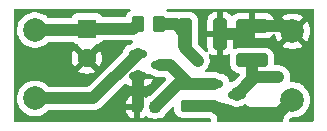
<source format=gbr>
%TF.GenerationSoftware,KiCad,Pcbnew,7.0.2-6a45011f42~172~ubuntu22.04.1*%
%TF.CreationDate,2023-04-21T01:30:03+03:00*%
%TF.ProjectId,xray-board-1.0-uv-stab-addon,78726179-2d62-46f6-9172-642d312e302d,rev?*%
%TF.SameCoordinates,Original*%
%TF.FileFunction,Copper,L1,Top*%
%TF.FilePolarity,Positive*%
%FSLAX46Y46*%
G04 Gerber Fmt 4.6, Leading zero omitted, Abs format (unit mm)*
G04 Created by KiCad (PCBNEW 7.0.2-6a45011f42~172~ubuntu22.04.1) date 2023-04-21 01:30:03*
%MOMM*%
%LPD*%
G01*
G04 APERTURE LIST*
G04 Aperture macros list*
%AMRoundRect*
0 Rectangle with rounded corners*
0 $1 Rounding radius*
0 $2 $3 $4 $5 $6 $7 $8 $9 X,Y pos of 4 corners*
0 Add a 4 corners polygon primitive as box body*
4,1,4,$2,$3,$4,$5,$6,$7,$8,$9,$2,$3,0*
0 Add four circle primitives for the rounded corners*
1,1,$1+$1,$2,$3*
1,1,$1+$1,$4,$5*
1,1,$1+$1,$6,$7*
1,1,$1+$1,$8,$9*
0 Add four rect primitives between the rounded corners*
20,1,$1+$1,$2,$3,$4,$5,0*
20,1,$1+$1,$4,$5,$6,$7,0*
20,1,$1+$1,$6,$7,$8,$9,0*
20,1,$1+$1,$8,$9,$2,$3,0*%
G04 Aperture macros list end*
%TA.AperFunction,ComponentPad*%
%ADD10C,2.000000*%
%TD*%
%TA.AperFunction,ComponentPad*%
%ADD11R,1.600000X1.600000*%
%TD*%
%TA.AperFunction,ComponentPad*%
%ADD12C,1.600000*%
%TD*%
%TA.AperFunction,SMDPad,CuDef*%
%ADD13RoundRect,0.250000X-0.325000X-1.100000X0.325000X-1.100000X0.325000X1.100000X-0.325000X1.100000X0*%
%TD*%
%TA.AperFunction,SMDPad,CuDef*%
%ADD14RoundRect,0.250000X0.450000X-0.262500X0.450000X0.262500X-0.450000X0.262500X-0.450000X-0.262500X0*%
%TD*%
%TA.AperFunction,SMDPad,CuDef*%
%ADD15RoundRect,0.150000X-0.587500X-0.150000X0.587500X-0.150000X0.587500X0.150000X-0.587500X0.150000X0*%
%TD*%
%TA.AperFunction,SMDPad,CuDef*%
%ADD16RoundRect,0.250000X1.100000X-0.325000X1.100000X0.325000X-1.100000X0.325000X-1.100000X-0.325000X0*%
%TD*%
%TA.AperFunction,SMDPad,CuDef*%
%ADD17RoundRect,0.250000X0.262500X0.450000X-0.262500X0.450000X-0.262500X-0.450000X0.262500X-0.450000X0*%
%TD*%
%TA.AperFunction,SMDPad,CuDef*%
%ADD18RoundRect,0.225000X0.225000X0.250000X-0.225000X0.250000X-0.225000X-0.250000X0.225000X-0.250000X0*%
%TD*%
%TA.AperFunction,ViaPad*%
%ADD19C,0.800000*%
%TD*%
%TA.AperFunction,Conductor*%
%ADD20C,1.000000*%
%TD*%
G04 APERTURE END LIST*
D10*
%TO.P,J2,1,Pin_1*%
%TO.N,VCC*%
X130800000Y-72720000D03*
%TD*%
D11*
%TO.P,C4,1*%
%TO.N,Net-(J4-Pin_1)*%
X113400000Y-66700000D03*
D12*
%TO.P,C4,2*%
%TO.N,GND*%
X113400000Y-69200000D03*
%TD*%
D13*
%TO.P,C3,1*%
%TO.N,Net-(U1-VO)*%
X121725000Y-67120000D03*
%TO.P,C3,2*%
%TO.N,GND*%
X124675000Y-67120000D03*
%TD*%
D14*
%TO.P,R1,1*%
%TO.N,VCC*%
X122000000Y-73232500D03*
%TO.P,R1,2*%
%TO.N,Net-(Q1-D)*%
X122000000Y-71407500D03*
%TD*%
D15*
%TO.P,Q1,1,G*%
%TO.N,Net-(J1-Pin_1)*%
X117725000Y-68850000D03*
%TO.P,Q1,2,S*%
%TO.N,GND*%
X117725000Y-70750000D03*
%TO.P,Q1,3,D*%
%TO.N,Net-(Q1-D)*%
X119600000Y-69800000D03*
%TD*%
D16*
%TO.P,C2,1*%
%TO.N,Net-(Q2-D)*%
X127400000Y-69395000D03*
%TO.P,C2,2*%
%TO.N,GND*%
X127400000Y-66445000D03*
%TD*%
D10*
%TO.P,J1,1,Pin_1*%
%TO.N,Net-(J1-Pin_1)*%
X109000000Y-72600000D03*
%TD*%
D15*
%TO.P,Q2,1,G*%
%TO.N,Net-(Q1-D)*%
X124200000Y-71370000D03*
%TO.P,Q2,2,S*%
%TO.N,VCC*%
X124200000Y-73270000D03*
%TO.P,Q2,3,D*%
%TO.N,Net-(Q2-D)*%
X126075000Y-72320000D03*
%TD*%
D17*
%TO.P,R2,1*%
%TO.N,Net-(U1-VO)*%
X119512500Y-66320000D03*
%TO.P,R2,2*%
%TO.N,Net-(J4-Pin_1)*%
X117687500Y-66320000D03*
%TD*%
D10*
%TO.P,J4,1,Pin_1*%
%TO.N,Net-(J4-Pin_1)*%
X109000000Y-66800000D03*
%TD*%
%TO.P,J3,1,Pin_1*%
%TO.N,GND*%
X130800000Y-66920000D03*
%TD*%
D18*
%TO.P,C1,1*%
%TO.N,Net-(Q1-D)*%
X119200000Y-73320000D03*
%TO.P,C1,2*%
%TO.N,GND*%
X117650000Y-73320000D03*
%TD*%
D19*
%TO.N,GND*%
X113800000Y-74000000D03*
%TO.N,Net-(Q2-D)*%
X129600000Y-70800000D03*
%TO.N,Net-(U1-VO)*%
X122800000Y-69400000D03*
%TD*%
D20*
%TO.N,Net-(Q1-D)*%
X119200000Y-73320000D02*
X121112500Y-71407500D01*
X124162500Y-71407500D02*
X124200000Y-71370000D01*
X121112500Y-71407500D02*
X122000000Y-71407500D01*
X119600000Y-69800000D02*
X120392500Y-69800000D01*
X120392500Y-69800000D02*
X122000000Y-71407500D01*
X122000000Y-71407500D02*
X124162500Y-71407500D01*
%TO.N,GND*%
X126725000Y-67120000D02*
X127400000Y-66445000D01*
X124675000Y-67120000D02*
X126725000Y-67120000D01*
X117725000Y-73245000D02*
X117650000Y-73320000D01*
X117725000Y-70750000D02*
X117725000Y-73245000D01*
X130325000Y-66445000D02*
X130800000Y-66920000D01*
X127400000Y-66445000D02*
X130325000Y-66445000D01*
%TO.N,Net-(Q2-D)*%
X126275000Y-72120000D02*
X126075000Y-72120000D01*
X127595000Y-70800000D02*
X129600000Y-70800000D01*
X126075000Y-72320000D02*
X127595000Y-70800000D01*
X127400000Y-70995000D02*
X126275000Y-72120000D01*
X127400000Y-69395000D02*
X127400000Y-70995000D01*
%TO.N,Net-(U1-VO)*%
X121725000Y-67120000D02*
X121725000Y-68325000D01*
X121725000Y-68325000D02*
X122800000Y-69400000D01*
X120925000Y-66320000D02*
X121725000Y-67120000D01*
X119512500Y-66320000D02*
X120925000Y-66320000D01*
%TO.N,Net-(J1-Pin_1)*%
X117685418Y-68850000D02*
X117725000Y-68850000D01*
X113935418Y-72600000D02*
X117685418Y-68850000D01*
X109000000Y-72600000D02*
X113935418Y-72600000D01*
%TO.N,VCC*%
X122000000Y-73232500D02*
X124162500Y-73232500D01*
X124162500Y-73232500D02*
X124200000Y-73270000D01*
X124200000Y-73270000D02*
X124797056Y-73867056D01*
X124797056Y-73867056D02*
X129652944Y-73867056D01*
X129652944Y-73867056D02*
X130800000Y-72720000D01*
%TO.N,Net-(J4-Pin_1)*%
X109000000Y-66800000D02*
X113300000Y-66800000D01*
X113400000Y-66700000D02*
X117307500Y-66700000D01*
X117307500Y-66700000D02*
X117687500Y-66320000D01*
%TD*%
%TA.AperFunction,Conductor*%
%TO.N,VCC*%
G36*
X130340507Y-72929844D02*
G01*
X130418239Y-73050798D01*
X130526900Y-73144952D01*
X130657685Y-73204680D01*
X130667464Y-73206086D01*
X129929942Y-73943609D01*
X129976767Y-73980054D01*
X130034105Y-74011084D01*
X130083696Y-74060303D01*
X130098804Y-74128520D01*
X130083274Y-74175481D01*
X130084934Y-74176240D01*
X130081252Y-74184301D01*
X130081250Y-74184305D01*
X130070940Y-74206881D01*
X130056345Y-74238839D01*
X130053231Y-74244428D01*
X130011689Y-74385918D01*
X130011690Y-74475499D01*
X129992006Y-74542538D01*
X129939203Y-74588294D01*
X129887690Y-74599500D01*
X124564218Y-74599500D01*
X124497179Y-74579815D01*
X124451424Y-74527011D01*
X124440534Y-74484346D01*
X124430331Y-74341692D01*
X124430331Y-74341690D01*
X124391406Y-74237332D01*
X124386423Y-74167642D01*
X124419907Y-74106319D01*
X124481230Y-74072834D01*
X124507589Y-74070000D01*
X124850697Y-74070000D01*
X124855576Y-74069808D01*
X124889993Y-74067099D01*
X125047697Y-74021282D01*
X125189057Y-73937682D01*
X125305182Y-73821557D01*
X125388780Y-73680200D01*
X125434599Y-73522488D01*
X125434795Y-73520000D01*
X123011362Y-73520000D01*
X122944323Y-73500315D01*
X122923681Y-73483681D01*
X122922500Y-73482500D01*
X121874000Y-73482500D01*
X121806961Y-73462815D01*
X121761206Y-73410011D01*
X121750000Y-73358500D01*
X121750000Y-73106500D01*
X121769685Y-73039461D01*
X121822489Y-72993706D01*
X121874000Y-72982500D01*
X123151138Y-72982500D01*
X123218177Y-73002185D01*
X123238819Y-73018819D01*
X123240000Y-73020000D01*
X125105685Y-73020000D01*
X125168806Y-73037268D01*
X125227102Y-73071744D01*
X125384927Y-73117597D01*
X125384931Y-73117598D01*
X125421806Y-73120500D01*
X125434112Y-73120500D01*
X125501151Y-73140185D01*
X125507496Y-73144546D01*
X125564833Y-73186649D01*
X125564836Y-73186650D01*
X125564837Y-73186651D01*
X125749730Y-73271605D01*
X125947946Y-73317603D01*
X126151361Y-73322757D01*
X126151361Y-73322756D01*
X126151363Y-73322757D01*
X126351653Y-73286858D01*
X126540617Y-73211377D01*
X126647457Y-73140963D01*
X126714266Y-73120508D01*
X126715694Y-73120500D01*
X126725749Y-73120500D01*
X126728194Y-73120500D01*
X126765069Y-73117598D01*
X126787400Y-73111110D01*
X126857268Y-73111307D01*
X126915707Y-73148981D01*
X126940769Y-73177903D01*
X127049503Y-73272123D01*
X127180380Y-73331894D01*
X127247419Y-73351579D01*
X127247423Y-73351580D01*
X127389839Y-73372056D01*
X129167837Y-73372056D01*
X129171801Y-73372056D01*
X129299576Y-73355641D01*
X129323943Y-73349275D01*
X129393781Y-73351374D01*
X129451397Y-73390898D01*
X129468842Y-73419437D01*
X129476269Y-73436370D01*
X129576564Y-73589882D01*
X130316922Y-72849523D01*
X130340507Y-72929844D01*
G37*
%TD.AperFunction*%
%TD*%
%TA.AperFunction,Conductor*%
%TO.N,GND*%
G36*
X117034890Y-65020185D02*
G01*
X117080645Y-65072989D01*
X117090589Y-65142147D01*
X117061564Y-65205703D01*
X117032947Y-65230039D01*
X116956342Y-65277288D01*
X116832288Y-65401342D01*
X116775000Y-65494223D01*
X116740186Y-65550666D01*
X116721369Y-65607453D01*
X116719032Y-65614505D01*
X116679259Y-65671949D01*
X116614743Y-65698772D01*
X116601326Y-65699500D01*
X114737180Y-65699500D01*
X114670141Y-65679815D01*
X114637913Y-65649811D01*
X114602472Y-65602468D01*
X114557546Y-65542454D01*
X114442331Y-65456204D01*
X114307483Y-65405909D01*
X114265024Y-65401344D01*
X114251166Y-65399854D01*
X114251165Y-65399853D01*
X114247873Y-65399500D01*
X114244550Y-65399500D01*
X112555439Y-65399500D01*
X112555420Y-65399500D01*
X112552128Y-65399501D01*
X112548848Y-65399853D01*
X112548840Y-65399854D01*
X112492515Y-65405909D01*
X112357668Y-65456203D01*
X112357669Y-65456204D01*
X112242454Y-65542454D01*
X112156204Y-65657669D01*
X112133390Y-65718834D01*
X112091521Y-65774767D01*
X112026057Y-65799184D01*
X112017210Y-65799500D01*
X110172855Y-65799500D01*
X110105816Y-65779815D01*
X110081625Y-65759483D01*
X110079475Y-65757147D01*
X110019744Y-65692262D01*
X109978226Y-65659947D01*
X109823514Y-65539529D01*
X109823510Y-65539526D01*
X109823509Y-65539526D01*
X109604810Y-65421172D01*
X109604806Y-65421170D01*
X109604805Y-65421170D01*
X109369615Y-65340429D01*
X109124335Y-65299500D01*
X108875665Y-65299500D01*
X108630384Y-65340429D01*
X108395194Y-65421170D01*
X108176485Y-65539529D01*
X107980259Y-65692259D01*
X107980256Y-65692261D01*
X107980256Y-65692262D01*
X107881537Y-65799500D01*
X107811837Y-65875214D01*
X107675825Y-66083395D01*
X107600091Y-66256054D01*
X107575937Y-66311119D01*
X107544485Y-66435320D01*
X107514891Y-66552183D01*
X107494356Y-66800000D01*
X107514891Y-67047816D01*
X107514891Y-67047819D01*
X107514892Y-67047821D01*
X107575937Y-67288881D01*
X107608149Y-67362316D01*
X107675825Y-67516604D01*
X107675827Y-67516607D01*
X107811836Y-67724785D01*
X107980256Y-67907738D01*
X107980259Y-67907740D01*
X108176485Y-68060470D01*
X108176487Y-68060471D01*
X108176491Y-68060474D01*
X108395190Y-68178828D01*
X108630386Y-68259571D01*
X108875665Y-68300500D01*
X109124335Y-68300500D01*
X109369614Y-68259571D01*
X109604810Y-68178828D01*
X109823509Y-68060474D01*
X110019744Y-67907738D01*
X110081624Y-67840517D01*
X110141512Y-67804527D01*
X110172855Y-67800500D01*
X112137680Y-67800500D01*
X112204719Y-67820185D01*
X112236945Y-67850187D01*
X112242454Y-67857546D01*
X112357669Y-67943796D01*
X112492517Y-67994091D01*
X112552127Y-68000500D01*
X112555455Y-68000499D01*
X112556388Y-68000550D01*
X112622278Y-68023792D01*
X112665143Y-68078967D01*
X112670667Y-68117114D01*
X113355600Y-68802046D01*
X113274852Y-68814835D01*
X113161955Y-68872359D01*
X113072359Y-68961955D01*
X113014835Y-69074852D01*
X113002046Y-69155599D01*
X112320973Y-68474526D01*
X112320973Y-68474527D01*
X112269865Y-68547516D01*
X112173733Y-68753672D01*
X112114858Y-68973397D01*
X112095033Y-69200000D01*
X112114858Y-69426602D01*
X112173733Y-69646326D01*
X112269866Y-69852484D01*
X112320972Y-69925471D01*
X112320974Y-69925472D01*
X113002046Y-69244399D01*
X113014835Y-69325148D01*
X113072359Y-69438045D01*
X113161955Y-69527641D01*
X113274852Y-69585165D01*
X113355599Y-69597953D01*
X112674526Y-70279025D01*
X112674526Y-70279026D01*
X112747515Y-70330133D01*
X112953673Y-70426266D01*
X113173397Y-70485141D01*
X113400000Y-70504966D01*
X113626602Y-70485141D01*
X113846326Y-70426266D01*
X114052480Y-70330134D01*
X114125472Y-70279025D01*
X113444401Y-69597953D01*
X113525148Y-69585165D01*
X113638045Y-69527641D01*
X113727641Y-69438045D01*
X113785165Y-69325148D01*
X113797953Y-69244400D01*
X114479025Y-69925472D01*
X114530134Y-69852480D01*
X114626266Y-69646326D01*
X114685141Y-69426602D01*
X114704966Y-69200000D01*
X114685141Y-68973397D01*
X114626266Y-68753673D01*
X114530133Y-68547515D01*
X114479025Y-68474526D01*
X113797953Y-69155598D01*
X113785165Y-69074852D01*
X113727641Y-68961955D01*
X113638045Y-68872359D01*
X113525148Y-68814835D01*
X113444400Y-68802046D01*
X114130600Y-68115845D01*
X114140481Y-68066679D01*
X114189096Y-68016496D01*
X114243621Y-68000548D01*
X114244536Y-68000499D01*
X114247872Y-68000499D01*
X114307483Y-67994091D01*
X114442331Y-67943796D01*
X114557546Y-67857546D01*
X114637914Y-67750188D01*
X114693847Y-67708318D01*
X114737180Y-67700500D01*
X117215900Y-67700500D01*
X117282939Y-67720185D01*
X117328694Y-67772989D01*
X117338638Y-67842147D01*
X117309613Y-67905703D01*
X117276072Y-67932921D01*
X117273739Y-67934217D01*
X117262225Y-67940607D01*
X117248057Y-67947335D01*
X117219802Y-67958622D01*
X117170553Y-67991079D01*
X117162498Y-67995959D01*
X117099891Y-68030710D01*
X117098893Y-68028912D01*
X117049933Y-68051000D01*
X117042582Y-68051799D01*
X117041679Y-68051870D01*
X117034927Y-68052402D01*
X116877102Y-68098255D01*
X116735634Y-68181919D01*
X116619419Y-68298134D01*
X116535755Y-68439602D01*
X116486357Y-68609631D01*
X116482747Y-68608582D01*
X116465766Y-68653122D01*
X116454721Y-68665775D01*
X113557317Y-71563181D01*
X113495994Y-71596666D01*
X113469636Y-71599500D01*
X110172855Y-71599500D01*
X110105816Y-71579815D01*
X110081625Y-71559483D01*
X110072895Y-71550000D01*
X110019744Y-71492262D01*
X109923924Y-71417682D01*
X109823514Y-71339529D01*
X109823510Y-71339526D01*
X109823509Y-71339526D01*
X109604810Y-71221172D01*
X109604806Y-71221170D01*
X109604805Y-71221170D01*
X109369615Y-71140429D01*
X109124335Y-71099500D01*
X108875665Y-71099500D01*
X108630384Y-71140429D01*
X108395194Y-71221170D01*
X108176485Y-71339529D01*
X107980259Y-71492259D01*
X107980256Y-71492261D01*
X107980256Y-71492262D01*
X107881537Y-71599500D01*
X107811837Y-71675214D01*
X107675825Y-71883395D01*
X107628046Y-71992322D01*
X107575937Y-72111119D01*
X107537267Y-72263824D01*
X107514891Y-72352183D01*
X107494356Y-72600000D01*
X107514891Y-72847816D01*
X107514891Y-72847819D01*
X107514892Y-72847821D01*
X107575937Y-73088881D01*
X107620960Y-73191523D01*
X107675825Y-73316604D01*
X107675827Y-73316607D01*
X107811836Y-73524785D01*
X107980256Y-73707738D01*
X108045667Y-73758649D01*
X108176485Y-73860470D01*
X108176487Y-73860471D01*
X108176491Y-73860474D01*
X108395190Y-73978828D01*
X108630386Y-74059571D01*
X108875665Y-74100500D01*
X109124335Y-74100500D01*
X109369614Y-74059571D01*
X109604810Y-73978828D01*
X109823509Y-73860474D01*
X110019744Y-73707738D01*
X110081624Y-73640517D01*
X110141512Y-73604527D01*
X110172855Y-73600500D01*
X113921139Y-73600500D01*
X113924280Y-73600539D01*
X114011781Y-73602757D01*
X114069850Y-73592348D01*
X114079154Y-73591043D01*
X114137856Y-73585074D01*
X114166885Y-73575965D01*
X114182118Y-73572226D01*
X114194539Y-73570000D01*
X116700001Y-73570000D01*
X116700001Y-73615165D01*
X116700321Y-73621447D01*
X116710143Y-73717605D01*
X116763453Y-73878486D01*
X116852426Y-74022732D01*
X116972267Y-74142573D01*
X117116513Y-74231546D01*
X117277393Y-74284856D01*
X117373536Y-74294678D01*
X117379851Y-74294999D01*
X117400000Y-74294999D01*
X117400000Y-73570000D01*
X116700001Y-73570000D01*
X114194539Y-73570000D01*
X114212071Y-73566858D01*
X114266844Y-73544978D01*
X114275719Y-73541819D01*
X114293093Y-73536367D01*
X114332006Y-73524159D01*
X114358612Y-73509390D01*
X114372780Y-73502662D01*
X114401035Y-73491377D01*
X114450297Y-73458909D01*
X114458328Y-73454043D01*
X114509920Y-73425409D01*
X114533005Y-73405589D01*
X114545532Y-73396144D01*
X114570937Y-73379402D01*
X114612669Y-73337668D01*
X114619541Y-73331300D01*
X114664313Y-73292866D01*
X114682942Y-73268798D01*
X114693301Y-73257036D01*
X114880337Y-73070000D01*
X116699999Y-73070000D01*
X117400000Y-73070000D01*
X117400000Y-72345000D01*
X117379836Y-72345000D01*
X117373550Y-72345321D01*
X117277394Y-72355143D01*
X117116513Y-72408453D01*
X116972267Y-72497426D01*
X116852426Y-72617267D01*
X116763453Y-72761513D01*
X116710143Y-72922393D01*
X116700319Y-73018554D01*
X116700000Y-73024832D01*
X116699999Y-73070000D01*
X114880337Y-73070000D01*
X116546620Y-71403717D01*
X116607940Y-71370234D01*
X116677632Y-71375218D01*
X116721979Y-71403719D01*
X116735942Y-71417682D01*
X116877302Y-71501282D01*
X117035006Y-71547099D01*
X117069423Y-71549808D01*
X117074303Y-71550000D01*
X117475000Y-71550000D01*
X117475000Y-71000000D01*
X117975000Y-71000000D01*
X117975000Y-71550000D01*
X118375697Y-71550000D01*
X118380576Y-71549808D01*
X118414993Y-71547099D01*
X118572697Y-71501282D01*
X118714057Y-71417682D01*
X118830182Y-71301557D01*
X118913780Y-71160200D01*
X118959599Y-71002488D01*
X118959795Y-71000000D01*
X117975000Y-71000000D01*
X117475000Y-71000000D01*
X117475000Y-70624000D01*
X117494685Y-70556961D01*
X117547489Y-70511206D01*
X117599000Y-70500000D01*
X118630685Y-70500000D01*
X118693806Y-70517268D01*
X118752102Y-70551744D01*
X118909927Y-70597597D01*
X118909931Y-70597598D01*
X118946806Y-70600500D01*
X118959838Y-70600500D01*
X119026877Y-70620185D01*
X119030663Y-70622717D01*
X119111951Y-70679295D01*
X119298942Y-70759540D01*
X119498259Y-70800500D01*
X119926717Y-70800500D01*
X119993756Y-70820185D01*
X120014398Y-70836819D01*
X120053648Y-70876069D01*
X120087133Y-70937392D01*
X120082149Y-71007084D01*
X120053648Y-71051431D01*
X118733117Y-72371961D01*
X118684443Y-72401985D01*
X118666302Y-72407996D01*
X118521954Y-72497031D01*
X118512325Y-72506661D01*
X118451001Y-72540145D01*
X118381310Y-72535159D01*
X118336965Y-72506659D01*
X118327732Y-72497426D01*
X118183486Y-72408453D01*
X118022606Y-72355143D01*
X117926445Y-72345319D01*
X117920168Y-72345000D01*
X117900000Y-72345000D01*
X117900000Y-74294999D01*
X117920165Y-74294999D01*
X117926447Y-74294678D01*
X118022605Y-74284856D01*
X118183484Y-74231546D01*
X118327732Y-74142572D01*
X118336963Y-74133341D01*
X118398285Y-74099854D01*
X118467977Y-74104837D01*
X118512329Y-74133341D01*
X118521957Y-74142969D01*
X118666300Y-74232002D01*
X118666302Y-74232002D01*
X118666303Y-74232003D01*
X118827292Y-74285349D01*
X118926655Y-74295500D01*
X118963499Y-74295499D01*
X118991530Y-74298708D01*
X119072946Y-74317603D01*
X119174654Y-74320180D01*
X119276361Y-74322757D01*
X119276361Y-74322756D01*
X119276363Y-74322757D01*
X119417590Y-74297443D01*
X119439467Y-74295499D01*
X119470195Y-74295499D01*
X119473344Y-74295499D01*
X119572708Y-74285349D01*
X119733697Y-74232003D01*
X119818310Y-74179813D01*
X119878044Y-74142968D01*
X119997968Y-74023044D01*
X120087002Y-73878699D01*
X120093012Y-73860562D01*
X120123036Y-73811883D01*
X120587821Y-73347098D01*
X120649142Y-73313615D01*
X120718834Y-73318599D01*
X120774767Y-73360471D01*
X120799184Y-73425935D01*
X120799500Y-73434780D01*
X120799500Y-73541858D01*
X120799500Y-73541877D01*
X120799501Y-73545008D01*
X120799820Y-73548140D01*
X120799821Y-73548141D01*
X120810000Y-73647796D01*
X120865186Y-73814334D01*
X120957288Y-73963657D01*
X121081342Y-74087711D01*
X121101029Y-74099854D01*
X121230666Y-74179814D01*
X121342016Y-74216712D01*
X121397202Y-74234999D01*
X121496858Y-74245180D01*
X121496859Y-74245180D01*
X121499991Y-74245500D01*
X122500008Y-74245499D01*
X122602797Y-74234999D01*
X122602797Y-74234998D01*
X122616082Y-74233642D01*
X122628683Y-74233000D01*
X123696717Y-74233000D01*
X123763756Y-74252685D01*
X123784398Y-74269319D01*
X123902898Y-74387819D01*
X123936383Y-74449142D01*
X123931399Y-74518834D01*
X123889527Y-74574767D01*
X123824063Y-74599184D01*
X123815217Y-74599500D01*
X107324500Y-74599500D01*
X107257461Y-74579815D01*
X107211706Y-74527011D01*
X107200500Y-74475500D01*
X107200500Y-65124500D01*
X107220185Y-65057461D01*
X107272989Y-65011706D01*
X107324500Y-65000500D01*
X116967851Y-65000500D01*
X117034890Y-65020185D01*
G37*
%TD.AperFunction*%
%TA.AperFunction,Conductor*%
G36*
X132542539Y-65020185D02*
G01*
X132588294Y-65072989D01*
X132599500Y-65124500D01*
X132599500Y-74475500D01*
X132579815Y-74542539D01*
X132527011Y-74588294D01*
X132475500Y-74599500D01*
X130634782Y-74599500D01*
X130567743Y-74579815D01*
X130521988Y-74527011D01*
X130512044Y-74457853D01*
X130541069Y-74394297D01*
X130547081Y-74387839D01*
X130678103Y-74256816D01*
X130739425Y-74223334D01*
X130765783Y-74220500D01*
X130924335Y-74220500D01*
X131169614Y-74179571D01*
X131404810Y-74098828D01*
X131623509Y-73980474D01*
X131819744Y-73827738D01*
X131988164Y-73644785D01*
X132124173Y-73436607D01*
X132224063Y-73208881D01*
X132285108Y-72967821D01*
X132305643Y-72720000D01*
X132285108Y-72472179D01*
X132224063Y-72231119D01*
X132124173Y-72003393D01*
X131988164Y-71795215D01*
X131819744Y-71612262D01*
X131739750Y-71550000D01*
X131623514Y-71459529D01*
X131623510Y-71459526D01*
X131623509Y-71459526D01*
X131404810Y-71341172D01*
X131404806Y-71341170D01*
X131404805Y-71341170D01*
X131169615Y-71260429D01*
X130924335Y-71219500D01*
X130685071Y-71219500D01*
X130618032Y-71199815D01*
X130572277Y-71147011D01*
X130562333Y-71077853D01*
X130565026Y-71064429D01*
X130594063Y-70952285D01*
X130604369Y-70749064D01*
X130585014Y-70622725D01*
X130573556Y-70547928D01*
X130502886Y-70357113D01*
X130395254Y-70184431D01*
X130388803Y-70177644D01*
X130255059Y-70036947D01*
X130088049Y-69920705D01*
X129901058Y-69840460D01*
X129701741Y-69799500D01*
X129701739Y-69799500D01*
X129374500Y-69799500D01*
X129307461Y-69779815D01*
X129261706Y-69727011D01*
X129250500Y-69675500D01*
X129250499Y-69023141D01*
X129250499Y-69023139D01*
X129250499Y-69019992D01*
X129239999Y-68917203D01*
X129184814Y-68750666D01*
X129113043Y-68634306D01*
X129092711Y-68601342D01*
X128968657Y-68477288D01*
X128819334Y-68385186D01*
X128652797Y-68330000D01*
X128553141Y-68319819D01*
X128553122Y-68319818D01*
X128550009Y-68319500D01*
X128546860Y-68319500D01*
X126253140Y-68319500D01*
X126253120Y-68319500D01*
X126249992Y-68319501D01*
X126246860Y-68319820D01*
X126246858Y-68319821D01*
X126147203Y-68330000D01*
X125980665Y-68385186D01*
X125935935Y-68412776D01*
X125868542Y-68431216D01*
X125801879Y-68410293D01*
X125757110Y-68356651D01*
X125747481Y-68294634D01*
X125749680Y-68273108D01*
X125749999Y-68266831D01*
X125749999Y-67534125D01*
X125769683Y-67467086D01*
X125822487Y-67421331D01*
X125891646Y-67411387D01*
X125939095Y-67428586D01*
X125980877Y-67454357D01*
X126147303Y-67509506D01*
X126246890Y-67519680D01*
X126253168Y-67519999D01*
X127149999Y-67519999D01*
X127150000Y-66695000D01*
X127149999Y-65370000D01*
X127650000Y-65370000D01*
X127650000Y-67519999D01*
X128546829Y-67519999D01*
X128553111Y-67519678D01*
X128652695Y-67509506D01*
X128819122Y-67454357D01*
X128968345Y-67362316D01*
X129092314Y-67238347D01*
X129109317Y-67210781D01*
X129161264Y-67164056D01*
X129230226Y-67152832D01*
X129294309Y-67180674D01*
X129333166Y-67238742D01*
X129335062Y-67245435D01*
X129376411Y-67408715D01*
X129476268Y-67636370D01*
X129576563Y-67789882D01*
X129576564Y-67789882D01*
X130316922Y-67049523D01*
X130340507Y-67129844D01*
X130418239Y-67250798D01*
X130526900Y-67344952D01*
X130657685Y-67404680D01*
X130667466Y-67406086D01*
X129929942Y-68143609D01*
X129929942Y-68143610D01*
X129976766Y-68180055D01*
X130195393Y-68298368D01*
X130430506Y-68379083D01*
X130675707Y-68420000D01*
X130924293Y-68420000D01*
X131169493Y-68379083D01*
X131404606Y-68298368D01*
X131623233Y-68180053D01*
X131670056Y-68143609D01*
X130932533Y-67406086D01*
X130942315Y-67404680D01*
X131073100Y-67344952D01*
X131181761Y-67250798D01*
X131259493Y-67129844D01*
X131283076Y-67049524D01*
X132023434Y-67789882D01*
X132123730Y-67636369D01*
X132223586Y-67408721D01*
X132284613Y-67167732D01*
X132305141Y-66920000D01*
X132284613Y-66672267D01*
X132223586Y-66431278D01*
X132123730Y-66203630D01*
X132023434Y-66050116D01*
X131283076Y-66790475D01*
X131259493Y-66710156D01*
X131181761Y-66589202D01*
X131073100Y-66495048D01*
X130942315Y-66435320D01*
X130932531Y-66433913D01*
X131670056Y-65696389D01*
X131670056Y-65696387D01*
X131623235Y-65659947D01*
X131404606Y-65541631D01*
X131169493Y-65460916D01*
X130924293Y-65420000D01*
X130675707Y-65420000D01*
X130430506Y-65460916D01*
X130195393Y-65541631D01*
X129976764Y-65659946D01*
X129929942Y-65696388D01*
X129929941Y-65696389D01*
X130667466Y-66433913D01*
X130657685Y-66435320D01*
X130526900Y-66495048D01*
X130418239Y-66589202D01*
X130340507Y-66710156D01*
X130316923Y-66790475D01*
X129576564Y-66050116D01*
X129477808Y-66201274D01*
X129424661Y-66246630D01*
X129355430Y-66256054D01*
X129292094Y-66226552D01*
X129254763Y-66167491D01*
X129249999Y-66133452D01*
X129249999Y-66073170D01*
X129249678Y-66066888D01*
X129239506Y-65967304D01*
X129184357Y-65800877D01*
X129092316Y-65651654D01*
X128968345Y-65527683D01*
X128819122Y-65435642D01*
X128652696Y-65380493D01*
X128553109Y-65370319D01*
X128546832Y-65370000D01*
X127650000Y-65370000D01*
X127149999Y-65370000D01*
X126253171Y-65370000D01*
X126246888Y-65370321D01*
X126147304Y-65380493D01*
X125980877Y-65435642D01*
X125831654Y-65527683D01*
X125785368Y-65573969D01*
X125724045Y-65607453D01*
X125654353Y-65602468D01*
X125598420Y-65560597D01*
X125592370Y-65551708D01*
X125468345Y-65427683D01*
X125319122Y-65335642D01*
X125152696Y-65280493D01*
X125053109Y-65270319D01*
X125046832Y-65270000D01*
X124925000Y-65270000D01*
X124925000Y-68969999D01*
X125046829Y-68969999D01*
X125053111Y-68969678D01*
X125152695Y-68959506D01*
X125319120Y-68904358D01*
X125363589Y-68876929D01*
X125430981Y-68858488D01*
X125497645Y-68879410D01*
X125542415Y-68933051D01*
X125552045Y-68995064D01*
X125549820Y-69016846D01*
X125549818Y-69016871D01*
X125549500Y-69019991D01*
X125549500Y-69023138D01*
X125549500Y-69023139D01*
X125549500Y-69766858D01*
X125549500Y-69766877D01*
X125549501Y-69770008D01*
X125549820Y-69773140D01*
X125549821Y-69773141D01*
X125560000Y-69872796D01*
X125615186Y-70039334D01*
X125707288Y-70188657D01*
X125831342Y-70312711D01*
X125831344Y-70312712D01*
X125980666Y-70404814D01*
X126092017Y-70441712D01*
X126147202Y-70459999D01*
X126156499Y-70460948D01*
X126225921Y-70468041D01*
X126290611Y-70494435D01*
X126330763Y-70551615D01*
X126333627Y-70621426D01*
X126300999Y-70679079D01*
X126129144Y-70850936D01*
X125915660Y-71064419D01*
X125854144Y-71125935D01*
X125803586Y-71156566D01*
X125678410Y-71195841D01*
X125619853Y-71228343D01*
X125551684Y-71243665D01*
X125486053Y-71219700D01*
X125443797Y-71164057D01*
X125436059Y-71129652D01*
X125435098Y-71117431D01*
X125423599Y-71077853D01*
X125389244Y-70959602D01*
X125324979Y-70850936D01*
X125305581Y-70818135D01*
X125189365Y-70701919D01*
X125055455Y-70622725D01*
X125047897Y-70618255D01*
X124890072Y-70572402D01*
X124855628Y-70569691D01*
X124855614Y-70569690D01*
X124853194Y-70569500D01*
X124850749Y-70569500D01*
X124840888Y-70569500D01*
X124773849Y-70549815D01*
X124767503Y-70545453D01*
X124710167Y-70503351D01*
X124710164Y-70503349D01*
X124710162Y-70503348D01*
X124525269Y-70418394D01*
X124327053Y-70372396D01*
X124123638Y-70367242D01*
X123997300Y-70389887D01*
X123923347Y-70403142D01*
X123923345Y-70403142D01*
X123912676Y-70405055D01*
X123890799Y-70407000D01*
X123500049Y-70407000D01*
X123433010Y-70387315D01*
X123387255Y-70334511D01*
X123377311Y-70265353D01*
X123406336Y-70201797D01*
X123416911Y-70191000D01*
X123546214Y-70074179D01*
X123666649Y-69910167D01*
X123751606Y-69725269D01*
X123797603Y-69527054D01*
X123802757Y-69323637D01*
X123766859Y-69123348D01*
X123703718Y-68965277D01*
X123697131Y-68895722D01*
X123729195Y-68833643D01*
X123789730Y-68798755D01*
X123859518Y-68802133D01*
X123883969Y-68813743D01*
X124030879Y-68904358D01*
X124197303Y-68959506D01*
X124296890Y-68969680D01*
X124303168Y-68969999D01*
X124424999Y-68969999D01*
X124425000Y-68969998D01*
X124425000Y-67370000D01*
X123600001Y-67370000D01*
X123600001Y-68266829D01*
X123600321Y-68273111D01*
X123610493Y-68372695D01*
X123655496Y-68508504D01*
X123657898Y-68578333D01*
X123622166Y-68638374D01*
X123559645Y-68669567D01*
X123490186Y-68662006D01*
X123450109Y-68635189D01*
X122836818Y-68021898D01*
X122803333Y-67960575D01*
X122800499Y-67934217D01*
X122800499Y-66870000D01*
X123600000Y-66870000D01*
X124425000Y-66870000D01*
X124425000Y-65270000D01*
X124303171Y-65270000D01*
X124296888Y-65270321D01*
X124197304Y-65280493D01*
X124030877Y-65335642D01*
X123881654Y-65427683D01*
X123757683Y-65551654D01*
X123665642Y-65700877D01*
X123610493Y-65867303D01*
X123600319Y-65966890D01*
X123600000Y-65973168D01*
X123600000Y-66870000D01*
X122800499Y-66870000D01*
X122800499Y-65973140D01*
X122800499Y-65973139D01*
X122800499Y-65969992D01*
X122789999Y-65867203D01*
X122734814Y-65700666D01*
X122642712Y-65551344D01*
X122642711Y-65551342D01*
X122518657Y-65427288D01*
X122369334Y-65335186D01*
X122202797Y-65280000D01*
X122103141Y-65269819D01*
X122103122Y-65269818D01*
X122100009Y-65269500D01*
X122096860Y-65269500D01*
X121353141Y-65269500D01*
X121353121Y-65269500D01*
X121349992Y-65269501D01*
X121346860Y-65269820D01*
X121346858Y-65269821D01*
X121247201Y-65280000D01*
X121120793Y-65321888D01*
X121072660Y-65327845D01*
X121072362Y-65327823D01*
X121056536Y-65325622D01*
X121026741Y-65319500D01*
X120967758Y-65319500D01*
X120958344Y-65319142D01*
X120949198Y-65318445D01*
X120899524Y-65314663D01*
X120899523Y-65314663D01*
X120899522Y-65314663D01*
X120869349Y-65318506D01*
X120853683Y-65319500D01*
X120337231Y-65319500D01*
X120270192Y-65299815D01*
X120249550Y-65283181D01*
X120243657Y-65277288D01*
X120167053Y-65230039D01*
X120120328Y-65178091D01*
X120109105Y-65109129D01*
X120136948Y-65045047D01*
X120195017Y-65006190D01*
X120232149Y-65000500D01*
X132475500Y-65000500D01*
X132542539Y-65020185D01*
G37*
%TD.AperFunction*%
%TD*%
M02*

</source>
